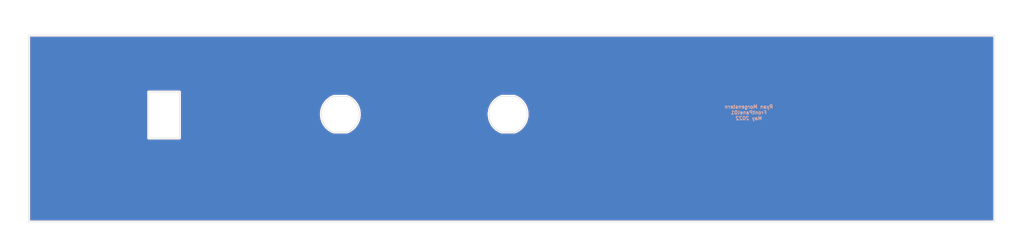
<source format=kicad_pcb>
(kicad_pcb (version 20171130) (host pcbnew "(5.1.10)-1")

  (general
    (thickness 1.6)
    (drawings 21)
    (tracks 0)
    (zones 0)
    (modules 0)
    (nets 1)
  )

  (page A4)
  (layers
    (0 F.Cu signal)
    (31 B.Cu signal)
    (32 B.Adhes user)
    (33 F.Adhes user)
    (34 B.Paste user)
    (35 F.Paste user)
    (36 B.SilkS user)
    (37 F.SilkS user)
    (38 B.Mask user)
    (39 F.Mask user)
    (40 Dwgs.User user)
    (41 Cmts.User user)
    (42 Eco1.User user)
    (43 Eco2.User user)
    (44 Edge.Cuts user)
    (45 Margin user)
    (46 B.CrtYd user)
    (47 F.CrtYd user)
    (48 B.Fab user)
    (49 F.Fab user)
  )

  (setup
    (last_trace_width 0.25)
    (trace_clearance 0.2)
    (zone_clearance 0.508)
    (zone_45_only no)
    (trace_min 0.2)
    (via_size 0.8)
    (via_drill 0.4)
    (via_min_size 0.4)
    (via_min_drill 0.3)
    (uvia_size 0.3)
    (uvia_drill 0.1)
    (uvias_allowed no)
    (uvia_min_size 0.2)
    (uvia_min_drill 0.1)
    (edge_width 0.05)
    (segment_width 0.2)
    (pcb_text_width 0.3)
    (pcb_text_size 1.5 1.5)
    (mod_edge_width 0.12)
    (mod_text_size 1 1)
    (mod_text_width 0.15)
    (pad_size 1.524 1.524)
    (pad_drill 0.762)
    (pad_to_mask_clearance 0)
    (aux_axis_origin 0 0)
    (visible_elements 7FFFFFFF)
    (pcbplotparams
      (layerselection 0x010fc_ffffffff)
      (usegerberextensions false)
      (usegerberattributes true)
      (usegerberadvancedattributes true)
      (creategerberjobfile true)
      (excludeedgelayer true)
      (linewidth 0.100000)
      (plotframeref false)
      (viasonmask false)
      (mode 1)
      (useauxorigin false)
      (hpglpennumber 1)
      (hpglpenspeed 20)
      (hpglpendiameter 15.000000)
      (psnegative false)
      (psa4output false)
      (plotreference true)
      (plotvalue true)
      (plotinvisibletext false)
      (padsonsilk false)
      (subtractmaskfromsilk false)
      (outputformat 1)
      (mirror false)
      (drillshape 0)
      (scaleselection 1)
      (outputdirectory "gerber/"))
  )

  (net 0 "")

  (net_class Default "This is the default net class."
    (clearance 0.2)
    (trace_width 0.25)
    (via_dia 0.8)
    (via_drill 0.4)
    (uvia_dia 0.3)
    (uvia_drill 0.1)
  )

  (gr_poly (pts (xy 403 -75.5) (xy 0 -75.5) (xy 0 -79) (xy 403 -79)) (layer B.Mask) (width 0.1) (tstamp 628FB459))
  (gr_poly (pts (xy 403 -75.5) (xy 0 -75.5) (xy 0 -79) (xy 403 -79)) (layer F.Mask) (width 0.1))
  (gr_poly (pts (xy 403 0.5) (xy 401 0.5) (xy 0 0) (xy 0 -2.5) (xy 403 -2.5)) (layer B.Mask) (width 0.1) (tstamp 628FB439))
  (gr_poly (pts (xy 403 0.5) (xy 401 0.5) (xy 0 0) (xy 0 -2.5) (xy 403 -2.5)) (layer F.Mask) (width 0.1))
  (gr_text "Ryan Morgenstern\nFrontPanel01\nMay 2022" (at 300.4 -45.7) (layer B.SilkS)
    (effects (font (size 1.5 1.5) (thickness 0.3)) (justify mirror))
  )
  (gr_arc (start 200 -45) (end 197.216263 -52.500054) (angle -139.2739557) (layer Edge.Cuts) (width 0.2))
  (gr_arc (start 200 -45) (end 202.783736 -37.499945) (angle -139.2739557) (layer Edge.Cuts) (width 0.2))
  (gr_arc (start 130 -45) (end 127.216263 -52.500054) (angle -139.2739557) (layer Edge.Cuts) (width 0.2))
  (gr_arc (start 130 -45) (end 132.783736 -37.499945) (angle -139.2739557) (layer Edge.Cuts) (width 0.2))
  (gr_line (start 202.783736 -52.500054) (end 197.216263 -52.500054) (layer Edge.Cuts) (width 0.2))
  (gr_line (start 197.216263 -37.499945) (end 202.783736 -37.499945) (layer Edge.Cuts) (width 0.2))
  (gr_line (start 127.216263 -37.499945) (end 132.783736 -37.499945) (layer Edge.Cuts) (width 0.2))
  (gr_line (start 132.783736 -52.500054) (end 127.216263 -52.500054) (layer Edge.Cuts) (width 0.2))
  (gr_line (start 0 -78) (end 0 0) (layer Edge.Cuts) (width 0.2))
  (gr_line (start 0 0) (end 403 0) (layer Edge.Cuts) (width 0.2))
  (gr_line (start 403 0) (end 403 -78) (layer Edge.Cuts) (width 0.2))
  (gr_line (start 403 -78) (end 0 -78) (layer Edge.Cuts) (width 0.2))
  (gr_line (start 50 -35) (end 62.9 -35) (layer Edge.Cuts) (width 0.2))
  (gr_line (start 50 -54.33) (end 50 -35) (layer Edge.Cuts) (width 0.2))
  (gr_line (start 62.9 -54.33) (end 50 -54.33) (layer Edge.Cuts) (width 0.2))
  (gr_line (start 62.9 -35) (end 62.9 -54.33) (layer Edge.Cuts) (width 0.2))

  (zone (net 0) (net_name "") (layer F.Cu) (tstamp 628F7649) (hatch edge 0.508)
    (connect_pads (clearance 0.508))
    (min_thickness 0.254)
    (fill yes (arc_segments 32) (thermal_gap 0.508) (thermal_bridge_width 0.508))
    (polygon
      (pts
        (xy 410.75 10) (xy -12 10) (xy -10.25 -90) (xy 410.75 -90)
      )
    )
    (filled_polygon
      (pts
        (xy 402.265 -0.735) (xy 0.735 -0.735) (xy 0.735 -54.33) (xy 49.261444 -54.33) (xy 49.265 -54.293895)
        (xy 49.265001 -35.036115) (xy 49.261444 -35) (xy 49.275635 -34.855915) (xy 49.317663 -34.717367) (xy 49.385913 -34.58968)
        (xy 49.477762 -34.477762) (xy 49.58968 -34.385913) (xy 49.717367 -34.317663) (xy 49.855915 -34.275635) (xy 49.963895 -34.265)
        (xy 50 -34.261444) (xy 50.036105 -34.265) (xy 62.863895 -34.265) (xy 62.9 -34.261444) (xy 62.936105 -34.265)
        (xy 63.044085 -34.275635) (xy 63.182633 -34.317663) (xy 63.31032 -34.385913) (xy 63.422238 -34.477762) (xy 63.514087 -34.58968)
        (xy 63.582337 -34.717367) (xy 63.624365 -34.855915) (xy 63.638556 -35) (xy 63.635 -35.036105) (xy 63.635 -45.445262)
        (xy 121.278039 -45.445262) (xy 121.29356 -44.315336) (xy 121.296968 -44.27507) (xy 121.299107 -44.234751) (xy 121.302315 -44.211885)
        (xy 121.476889 -43.095419) (xy 121.48593 -43.056063) (xy 121.493734 -43.016418) (xy 121.500132 -42.994232) (xy 121.830276 -41.913502)
        (xy 121.84478 -41.875791) (xy 121.858085 -41.837664) (xy 121.867545 -41.816601) (xy 122.346671 -40.793171) (xy 122.366337 -40.757893)
        (xy 122.384888 -40.722007) (xy 122.397222 -40.702487) (xy 123.015771 -39.756776) (xy 123.040208 -39.724625) (xy 123.063634 -39.691706)
        (xy 123.078595 -39.674119) (xy 123.824225 -38.824998) (xy 123.852962 -38.796597) (xy 123.880779 -38.767322) (xy 123.898068 -38.752018)
        (xy 124.755902 -38.016428) (xy 124.788348 -37.992364) (xy 124.820019 -37.967295) (xy 124.839292 -37.95458) (xy 125.792213 -37.347198)
        (xy 125.827718 -37.32795) (xy 125.862612 -37.30759) (xy 125.883485 -37.297718) (xy 126.890771 -36.840517) (xy 126.93363 -36.817608)
        (xy 127.072178 -36.77558) (xy 127.180158 -36.764945) (xy 132.819841 -36.764945) (xy 132.927821 -36.77558) (xy 133.066369 -36.817608)
        (xy 133.090704 -36.830615) (xy 133.253887 -36.893746) (xy 133.271536 -36.902051) (xy 133.289832 -36.90876) (xy 133.310744 -36.918549)
        (xy 134.326523 -37.413692) (xy 134.361511 -37.433923) (xy 134.397078 -37.453023) (xy 134.416401 -37.465661) (xy 135.352279 -38.098988)
        (xy 135.384054 -38.123936) (xy 135.416588 -38.147867) (xy 135.433939 -38.163102) (xy 136.271244 -38.921977) (xy 136.299179 -38.951145)
        (xy 136.328026 -38.979431) (xy 136.343056 -38.996958) (xy 137.065081 -39.866241) (xy 137.088627 -39.899053) (xy 137.1132 -39.93112)
        (xy 137.125611 -39.950591) (xy 137.717951 -40.912935) (xy 137.736645 -40.94875) (xy 137.756448 -40.983948) (xy 137.765991 -41.004973)
        (xy 138.216826 -42.041177) (xy 138.230283 -42.079258) (xy 138.244934 -42.116906) (xy 138.25142 -42.139066) (xy 138.551754 -43.228456)
        (xy 138.559717 -43.268079) (xy 138.56891 -43.30739) (xy 138.572209 -43.330243) (xy 138.716051 -44.451082) (xy 138.71835 -44.491409)
        (xy 138.721915 -44.531645) (xy 138.721961 -44.554735) (xy 138.70973 -45.445262) (xy 191.278039 -45.445262) (xy 191.29356 -44.315336)
        (xy 191.296968 -44.27507) (xy 191.299107 -44.234751) (xy 191.302315 -44.211885) (xy 191.476889 -43.095419) (xy 191.48593 -43.056063)
        (xy 191.493734 -43.016418) (xy 191.500132 -42.994232) (xy 191.830276 -41.913502) (xy 191.84478 -41.875791) (xy 191.858085 -41.837664)
        (xy 191.867545 -41.816601) (xy 192.346671 -40.793171) (xy 192.366337 -40.757893) (xy 192.384888 -40.722007) (xy 192.397222 -40.702487)
        (xy 193.015771 -39.756776) (xy 193.040208 -39.724625) (xy 193.063634 -39.691706) (xy 193.078595 -39.674119) (xy 193.824225 -38.824998)
        (xy 193.852962 -38.796597) (xy 193.880779 -38.767322) (xy 193.898068 -38.752018) (xy 194.755902 -38.016428) (xy 194.788348 -37.992364)
        (xy 194.820019 -37.967295) (xy 194.839292 -37.95458) (xy 195.792213 -37.347198) (xy 195.827718 -37.32795) (xy 195.862612 -37.30759)
        (xy 195.883485 -37.297718) (xy 196.890771 -36.840517) (xy 196.93363 -36.817608) (xy 197.072178 -36.77558) (xy 197.180158 -36.764945)
        (xy 202.819841 -36.764945) (xy 202.927821 -36.77558) (xy 203.066369 -36.817608) (xy 203.090704 -36.830615) (xy 203.253887 -36.893746)
        (xy 203.271536 -36.902051) (xy 203.289832 -36.90876) (xy 203.310744 -36.918549) (xy 204.326523 -37.413692) (xy 204.361511 -37.433923)
        (xy 204.397078 -37.453023) (xy 204.416401 -37.465661) (xy 205.352279 -38.098988) (xy 205.384054 -38.123936) (xy 205.416588 -38.147867)
        (xy 205.433939 -38.163102) (xy 206.271244 -38.921977) (xy 206.299179 -38.951145) (xy 206.328026 -38.979431) (xy 206.343056 -38.996958)
        (xy 207.065081 -39.866241) (xy 207.088627 -39.899053) (xy 207.1132 -39.93112) (xy 207.125611 -39.950591) (xy 207.717951 -40.912935)
        (xy 207.736645 -40.94875) (xy 207.756448 -40.983948) (xy 207.765991 -41.004973) (xy 208.216826 -42.041177) (xy 208.230283 -42.079258)
        (xy 208.244934 -42.116906) (xy 208.25142 -42.139066) (xy 208.551754 -43.228456) (xy 208.559717 -43.268079) (xy 208.56891 -43.30739)
        (xy 208.572209 -43.330243) (xy 208.716051 -44.451082) (xy 208.71835 -44.491409) (xy 208.721915 -44.531645) (xy 208.721961 -44.554735)
        (xy 208.706441 -45.684661) (xy 208.703033 -45.724925) (xy 208.700894 -45.765247) (xy 208.697686 -45.788113) (xy 208.523112 -46.904579)
        (xy 208.514071 -46.943935) (xy 208.506267 -46.98358) (xy 208.499869 -47.005766) (xy 208.169725 -48.086496) (xy 208.15522 -48.124211)
        (xy 208.141916 -48.162334) (xy 208.132456 -48.183397) (xy 207.65333 -49.206828) (xy 207.633664 -49.242106) (xy 207.615113 -49.277992)
        (xy 207.602779 -49.297512) (xy 206.984232 -50.243223) (xy 206.959774 -50.275401) (xy 206.936368 -50.308292) (xy 206.921407 -50.32588)
        (xy 206.175777 -51.175002) (xy 206.14704 -51.203403) (xy 206.119223 -51.232678) (xy 206.101934 -51.247982) (xy 205.2441 -51.983572)
        (xy 205.211648 -52.00764) (xy 205.179984 -52.032704) (xy 205.16071 -52.045419) (xy 204.207789 -52.652802) (xy 204.17227 -52.672058)
        (xy 204.137389 -52.69241) (xy 204.116517 -52.702283) (xy 203.109199 -53.159498) (xy 203.066369 -53.182391) (xy 202.927821 -53.224419)
        (xy 202.819841 -53.235054) (xy 197.180158 -53.235054) (xy 197.072178 -53.224419) (xy 196.93363 -53.182391) (xy 196.909294 -53.169383)
        (xy 196.746109 -53.106251) (xy 196.728468 -53.097949) (xy 196.710167 -53.091239) (xy 196.689256 -53.081449) (xy 195.673477 -52.586307)
        (xy 195.638502 -52.566084) (xy 195.602921 -52.546976) (xy 195.583597 -52.534338) (xy 194.64772 -51.901011) (xy 194.615947 -51.876064)
        (xy 194.58341 -51.852131) (xy 194.56606 -51.836896) (xy 193.728755 -51.07802) (xy 193.700815 -51.048847) (xy 193.671975 -51.020568)
        (xy 193.656944 -51.00304) (xy 192.934918 -50.133758) (xy 192.911367 -50.100938) (xy 192.886799 -50.068878) (xy 192.874388 -50.049407)
        (xy 192.282049 -49.087063) (xy 192.263355 -49.051248) (xy 192.243552 -49.01605) (xy 192.234008 -48.995025) (xy 191.783174 -47.958821)
        (xy 191.769714 -47.920733) (xy 191.755066 -47.883091) (xy 191.74858 -47.860931) (xy 191.448246 -46.771542) (xy 191.440284 -46.731921)
        (xy 191.43109 -46.692608) (xy 191.427791 -46.669755) (xy 191.283949 -45.548915) (xy 191.28165 -45.508588) (xy 191.278085 -45.468352)
        (xy 191.278039 -45.445262) (xy 138.70973 -45.445262) (xy 138.706441 -45.684661) (xy 138.703033 -45.724925) (xy 138.700894 -45.765247)
        (xy 138.697686 -45.788113) (xy 138.523112 -46.904579) (xy 138.514071 -46.943935) (xy 138.506267 -46.98358) (xy 138.499869 -47.005766)
        (xy 138.169725 -48.086496) (xy 138.15522 -48.124211) (xy 138.141916 -48.162334) (xy 138.132456 -48.183397) (xy 137.65333 -49.206828)
        (xy 137.633664 -49.242106) (xy 137.615113 -49.277992) (xy 137.602779 -49.297512) (xy 136.984232 -50.243223) (xy 136.959774 -50.275401)
        (xy 136.936368 -50.308292) (xy 136.921407 -50.32588) (xy 136.175777 -51.175002) (xy 136.14704 -51.203403) (xy 136.119223 -51.232678)
        (xy 136.101934 -51.247982) (xy 135.2441 -51.983572) (xy 135.211648 -52.00764) (xy 135.179984 -52.032704) (xy 135.16071 -52.045419)
        (xy 134.207789 -52.652802) (xy 134.17227 -52.672058) (xy 134.137389 -52.69241) (xy 134.116517 -52.702283) (xy 133.109199 -53.159498)
        (xy 133.066369 -53.182391) (xy 132.927821 -53.224419) (xy 132.819841 -53.235054) (xy 127.180158 -53.235054) (xy 127.072178 -53.224419)
        (xy 126.93363 -53.182391) (xy 126.909294 -53.169383) (xy 126.746109 -53.106251) (xy 126.728468 -53.097949) (xy 126.710167 -53.091239)
        (xy 126.689256 -53.081449) (xy 125.673477 -52.586307) (xy 125.638502 -52.566084) (xy 125.602921 -52.546976) (xy 125.583597 -52.534338)
        (xy 124.64772 -51.901011) (xy 124.615947 -51.876064) (xy 124.58341 -51.852131) (xy 124.56606 -51.836896) (xy 123.728755 -51.07802)
        (xy 123.700815 -51.048847) (xy 123.671975 -51.020568) (xy 123.656944 -51.00304) (xy 122.934918 -50.133758) (xy 122.911367 -50.100938)
        (xy 122.886799 -50.068878) (xy 122.874388 -50.049407) (xy 122.282049 -49.087063) (xy 122.263355 -49.051248) (xy 122.243552 -49.01605)
        (xy 122.234008 -48.995025) (xy 121.783174 -47.958821) (xy 121.769714 -47.920733) (xy 121.755066 -47.883091) (xy 121.74858 -47.860931)
        (xy 121.448246 -46.771542) (xy 121.440284 -46.731921) (xy 121.43109 -46.692608) (xy 121.427791 -46.669755) (xy 121.283949 -45.548915)
        (xy 121.28165 -45.508588) (xy 121.278085 -45.468352) (xy 121.278039 -45.445262) (xy 63.635 -45.445262) (xy 63.635 -54.293895)
        (xy 63.638556 -54.33) (xy 63.624365 -54.474085) (xy 63.582337 -54.612633) (xy 63.514087 -54.74032) (xy 63.422238 -54.852238)
        (xy 63.31032 -54.944087) (xy 63.182633 -55.012337) (xy 63.044085 -55.054365) (xy 62.936105 -55.065) (xy 62.9 -55.068556)
        (xy 62.863895 -55.065) (xy 50.036105 -55.065) (xy 50 -55.068556) (xy 49.963895 -55.065) (xy 49.855915 -55.054365)
        (xy 49.717367 -55.012337) (xy 49.58968 -54.944087) (xy 49.477762 -54.852238) (xy 49.385913 -54.74032) (xy 49.317663 -54.612633)
        (xy 49.275635 -54.474085) (xy 49.261444 -54.33) (xy 0.735 -54.33) (xy 0.735 -77.265) (xy 402.265001 -77.265)
      )
    )
  )
  (zone (net 0) (net_name "") (layer B.Cu) (tstamp 628F7646) (hatch edge 0.508)
    (connect_pads (clearance 0.508))
    (min_thickness 0.254)
    (fill yes (arc_segments 32) (thermal_gap 0.508) (thermal_bridge_width 0.508))
    (polygon
      (pts
        (xy 415.25 6) (xy -9 6) (xy -9 -92.75) (xy 415.25 -92.75)
      )
    )
    (filled_polygon
      (pts
        (xy 402.265 -0.735) (xy 0.735 -0.735) (xy 0.735 -54.33) (xy 49.261444 -54.33) (xy 49.265 -54.293895)
        (xy 49.265001 -35.036115) (xy 49.261444 -35) (xy 49.275635 -34.855915) (xy 49.317663 -34.717367) (xy 49.385913 -34.58968)
        (xy 49.477762 -34.477762) (xy 49.58968 -34.385913) (xy 49.717367 -34.317663) (xy 49.855915 -34.275635) (xy 49.963895 -34.265)
        (xy 50 -34.261444) (xy 50.036105 -34.265) (xy 62.863895 -34.265) (xy 62.9 -34.261444) (xy 62.936105 -34.265)
        (xy 63.044085 -34.275635) (xy 63.182633 -34.317663) (xy 63.31032 -34.385913) (xy 63.422238 -34.477762) (xy 63.514087 -34.58968)
        (xy 63.582337 -34.717367) (xy 63.624365 -34.855915) (xy 63.638556 -35) (xy 63.635 -35.036105) (xy 63.635 -45.445262)
        (xy 121.278039 -45.445262) (xy 121.29356 -44.315336) (xy 121.296968 -44.27507) (xy 121.299107 -44.234751) (xy 121.302315 -44.211885)
        (xy 121.476889 -43.095419) (xy 121.48593 -43.056063) (xy 121.493734 -43.016418) (xy 121.500132 -42.994232) (xy 121.830276 -41.913502)
        (xy 121.84478 -41.875791) (xy 121.858085 -41.837664) (xy 121.867545 -41.816601) (xy 122.346671 -40.793171) (xy 122.366337 -40.757893)
        (xy 122.384888 -40.722007) (xy 122.397222 -40.702487) (xy 123.015771 -39.756776) (xy 123.040208 -39.724625) (xy 123.063634 -39.691706)
        (xy 123.078595 -39.674119) (xy 123.824225 -38.824998) (xy 123.852962 -38.796597) (xy 123.880779 -38.767322) (xy 123.898068 -38.752018)
        (xy 124.755902 -38.016428) (xy 124.788348 -37.992364) (xy 124.820019 -37.967295) (xy 124.839292 -37.95458) (xy 125.792213 -37.347198)
        (xy 125.827718 -37.32795) (xy 125.862612 -37.30759) (xy 125.883485 -37.297718) (xy 126.890771 -36.840517) (xy 126.93363 -36.817608)
        (xy 127.072178 -36.77558) (xy 127.180158 -36.764945) (xy 132.819841 -36.764945) (xy 132.927821 -36.77558) (xy 133.066369 -36.817608)
        (xy 133.090704 -36.830615) (xy 133.253887 -36.893746) (xy 133.271536 -36.902051) (xy 133.289832 -36.90876) (xy 133.310744 -36.918549)
        (xy 134.326523 -37.413692) (xy 134.361511 -37.433923) (xy 134.397078 -37.453023) (xy 134.416401 -37.465661) (xy 135.352279 -38.098988)
        (xy 135.384054 -38.123936) (xy 135.416588 -38.147867) (xy 135.433939 -38.163102) (xy 136.271244 -38.921977) (xy 136.299179 -38.951145)
        (xy 136.328026 -38.979431) (xy 136.343056 -38.996958) (xy 137.065081 -39.866241) (xy 137.088627 -39.899053) (xy 137.1132 -39.93112)
        (xy 137.125611 -39.950591) (xy 137.717951 -40.912935) (xy 137.736645 -40.94875) (xy 137.756448 -40.983948) (xy 137.765991 -41.004973)
        (xy 138.216826 -42.041177) (xy 138.230283 -42.079258) (xy 138.244934 -42.116906) (xy 138.25142 -42.139066) (xy 138.551754 -43.228456)
        (xy 138.559717 -43.268079) (xy 138.56891 -43.30739) (xy 138.572209 -43.330243) (xy 138.716051 -44.451082) (xy 138.71835 -44.491409)
        (xy 138.721915 -44.531645) (xy 138.721961 -44.554735) (xy 138.70973 -45.445262) (xy 191.278039 -45.445262) (xy 191.29356 -44.315336)
        (xy 191.296968 -44.27507) (xy 191.299107 -44.234751) (xy 191.302315 -44.211885) (xy 191.476889 -43.095419) (xy 191.48593 -43.056063)
        (xy 191.493734 -43.016418) (xy 191.500132 -42.994232) (xy 191.830276 -41.913502) (xy 191.84478 -41.875791) (xy 191.858085 -41.837664)
        (xy 191.867545 -41.816601) (xy 192.346671 -40.793171) (xy 192.366337 -40.757893) (xy 192.384888 -40.722007) (xy 192.397222 -40.702487)
        (xy 193.015771 -39.756776) (xy 193.040208 -39.724625) (xy 193.063634 -39.691706) (xy 193.078595 -39.674119) (xy 193.824225 -38.824998)
        (xy 193.852962 -38.796597) (xy 193.880779 -38.767322) (xy 193.898068 -38.752018) (xy 194.755902 -38.016428) (xy 194.788348 -37.992364)
        (xy 194.820019 -37.967295) (xy 194.839292 -37.95458) (xy 195.792213 -37.347198) (xy 195.827718 -37.32795) (xy 195.862612 -37.30759)
        (xy 195.883485 -37.297718) (xy 196.890771 -36.840517) (xy 196.93363 -36.817608) (xy 197.072178 -36.77558) (xy 197.180158 -36.764945)
        (xy 202.819841 -36.764945) (xy 202.927821 -36.77558) (xy 203.066369 -36.817608) (xy 203.090704 -36.830615) (xy 203.253887 -36.893746)
        (xy 203.271536 -36.902051) (xy 203.289832 -36.90876) (xy 203.310744 -36.918549) (xy 204.326523 -37.413692) (xy 204.361511 -37.433923)
        (xy 204.397078 -37.453023) (xy 204.416401 -37.465661) (xy 205.352279 -38.098988) (xy 205.384054 -38.123936) (xy 205.416588 -38.147867)
        (xy 205.433939 -38.163102) (xy 206.271244 -38.921977) (xy 206.299179 -38.951145) (xy 206.328026 -38.979431) (xy 206.343056 -38.996958)
        (xy 207.065081 -39.866241) (xy 207.088627 -39.899053) (xy 207.1132 -39.93112) (xy 207.125611 -39.950591) (xy 207.717951 -40.912935)
        (xy 207.736645 -40.94875) (xy 207.756448 -40.983948) (xy 207.765991 -41.004973) (xy 208.216826 -42.041177) (xy 208.230283 -42.079258)
        (xy 208.244934 -42.116906) (xy 208.25142 -42.139066) (xy 208.551754 -43.228456) (xy 208.559717 -43.268079) (xy 208.56891 -43.30739)
        (xy 208.572209 -43.330243) (xy 208.716051 -44.451082) (xy 208.71835 -44.491409) (xy 208.721915 -44.531645) (xy 208.721961 -44.554735)
        (xy 208.706441 -45.684661) (xy 208.703033 -45.724925) (xy 208.700894 -45.765247) (xy 208.697686 -45.788113) (xy 208.523112 -46.904579)
        (xy 208.514071 -46.943935) (xy 208.506267 -46.98358) (xy 208.499869 -47.005766) (xy 208.169725 -48.086496) (xy 208.15522 -48.124211)
        (xy 208.141916 -48.162334) (xy 208.132456 -48.183397) (xy 207.65333 -49.206828) (xy 207.633664 -49.242106) (xy 207.615113 -49.277992)
        (xy 207.602779 -49.297512) (xy 206.984232 -50.243223) (xy 206.959774 -50.275401) (xy 206.936368 -50.308292) (xy 206.921407 -50.32588)
        (xy 206.175777 -51.175002) (xy 206.14704 -51.203403) (xy 206.119223 -51.232678) (xy 206.101934 -51.247982) (xy 205.2441 -51.983572)
        (xy 205.211648 -52.00764) (xy 205.179984 -52.032704) (xy 205.16071 -52.045419) (xy 204.207789 -52.652802) (xy 204.17227 -52.672058)
        (xy 204.137389 -52.69241) (xy 204.116517 -52.702283) (xy 203.109199 -53.159498) (xy 203.066369 -53.182391) (xy 202.927821 -53.224419)
        (xy 202.819841 -53.235054) (xy 197.180158 -53.235054) (xy 197.072178 -53.224419) (xy 196.93363 -53.182391) (xy 196.909294 -53.169383)
        (xy 196.746109 -53.106251) (xy 196.728468 -53.097949) (xy 196.710167 -53.091239) (xy 196.689256 -53.081449) (xy 195.673477 -52.586307)
        (xy 195.638502 -52.566084) (xy 195.602921 -52.546976) (xy 195.583597 -52.534338) (xy 194.64772 -51.901011) (xy 194.615947 -51.876064)
        (xy 194.58341 -51.852131) (xy 194.56606 -51.836896) (xy 193.728755 -51.07802) (xy 193.700815 -51.048847) (xy 193.671975 -51.020568)
        (xy 193.656944 -51.00304) (xy 192.934918 -50.133758) (xy 192.911367 -50.100938) (xy 192.886799 -50.068878) (xy 192.874388 -50.049407)
        (xy 192.282049 -49.087063) (xy 192.263355 -49.051248) (xy 192.243552 -49.01605) (xy 192.234008 -48.995025) (xy 191.783174 -47.958821)
        (xy 191.769714 -47.920733) (xy 191.755066 -47.883091) (xy 191.74858 -47.860931) (xy 191.448246 -46.771542) (xy 191.440284 -46.731921)
        (xy 191.43109 -46.692608) (xy 191.427791 -46.669755) (xy 191.283949 -45.548915) (xy 191.28165 -45.508588) (xy 191.278085 -45.468352)
        (xy 191.278039 -45.445262) (xy 138.70973 -45.445262) (xy 138.706441 -45.684661) (xy 138.703033 -45.724925) (xy 138.700894 -45.765247)
        (xy 138.697686 -45.788113) (xy 138.523112 -46.904579) (xy 138.514071 -46.943935) (xy 138.506267 -46.98358) (xy 138.499869 -47.005766)
        (xy 138.169725 -48.086496) (xy 138.15522 -48.124211) (xy 138.141916 -48.162334) (xy 138.132456 -48.183397) (xy 137.65333 -49.206828)
        (xy 137.633664 -49.242106) (xy 137.615113 -49.277992) (xy 137.602779 -49.297512) (xy 136.984232 -50.243223) (xy 136.959774 -50.275401)
        (xy 136.936368 -50.308292) (xy 136.921407 -50.32588) (xy 136.175777 -51.175002) (xy 136.14704 -51.203403) (xy 136.119223 -51.232678)
        (xy 136.101934 -51.247982) (xy 135.2441 -51.983572) (xy 135.211648 -52.00764) (xy 135.179984 -52.032704) (xy 135.16071 -52.045419)
        (xy 134.207789 -52.652802) (xy 134.17227 -52.672058) (xy 134.137389 -52.69241) (xy 134.116517 -52.702283) (xy 133.109199 -53.159498)
        (xy 133.066369 -53.182391) (xy 132.927821 -53.224419) (xy 132.819841 -53.235054) (xy 127.180158 -53.235054) (xy 127.072178 -53.224419)
        (xy 126.93363 -53.182391) (xy 126.909294 -53.169383) (xy 126.746109 -53.106251) (xy 126.728468 -53.097949) (xy 126.710167 -53.091239)
        (xy 126.689256 -53.081449) (xy 125.673477 -52.586307) (xy 125.638502 -52.566084) (xy 125.602921 -52.546976) (xy 125.583597 -52.534338)
        (xy 124.64772 -51.901011) (xy 124.615947 -51.876064) (xy 124.58341 -51.852131) (xy 124.56606 -51.836896) (xy 123.728755 -51.07802)
        (xy 123.700815 -51.048847) (xy 123.671975 -51.020568) (xy 123.656944 -51.00304) (xy 122.934918 -50.133758) (xy 122.911367 -50.100938)
        (xy 122.886799 -50.068878) (xy 122.874388 -50.049407) (xy 122.282049 -49.087063) (xy 122.263355 -49.051248) (xy 122.243552 -49.01605)
        (xy 122.234008 -48.995025) (xy 121.783174 -47.958821) (xy 121.769714 -47.920733) (xy 121.755066 -47.883091) (xy 121.74858 -47.860931)
        (xy 121.448246 -46.771542) (xy 121.440284 -46.731921) (xy 121.43109 -46.692608) (xy 121.427791 -46.669755) (xy 121.283949 -45.548915)
        (xy 121.28165 -45.508588) (xy 121.278085 -45.468352) (xy 121.278039 -45.445262) (xy 63.635 -45.445262) (xy 63.635 -54.293895)
        (xy 63.638556 -54.33) (xy 63.624365 -54.474085) (xy 63.582337 -54.612633) (xy 63.514087 -54.74032) (xy 63.422238 -54.852238)
        (xy 63.31032 -54.944087) (xy 63.182633 -55.012337) (xy 63.044085 -55.054365) (xy 62.936105 -55.065) (xy 62.9 -55.068556)
        (xy 62.863895 -55.065) (xy 50.036105 -55.065) (xy 50 -55.068556) (xy 49.963895 -55.065) (xy 49.855915 -55.054365)
        (xy 49.717367 -55.012337) (xy 49.58968 -54.944087) (xy 49.477762 -54.852238) (xy 49.385913 -54.74032) (xy 49.317663 -54.612633)
        (xy 49.275635 -54.474085) (xy 49.261444 -54.33) (xy 0.735 -54.33) (xy 0.735 -77.265) (xy 402.265001 -77.265)
      )
    )
  )
)

</source>
